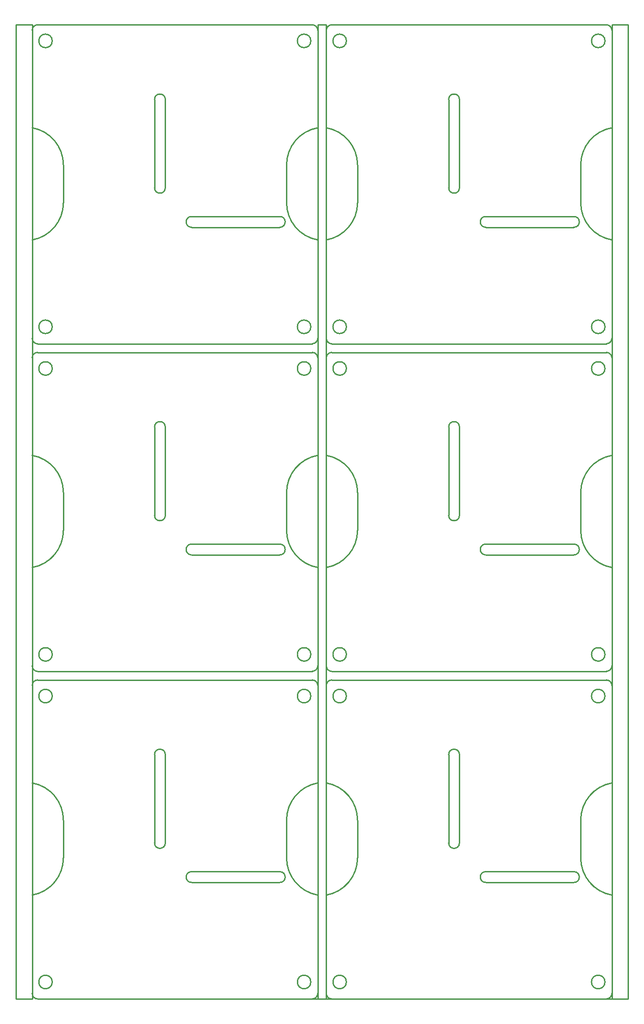
<source format=gko>
G04 Layer_Color=16711935*
%FSLAX25Y25*%
%MOIN*%
G70*
G01*
G75*
%ADD22C,0.01000*%
D22*
X180957Y85007D02*
G03*
X180957Y92881I0J3937D01*
G01*
X116489D02*
G03*
X116489Y85007I0J-3937D01*
G01*
X89422Y113845D02*
G03*
X97296Y113845I3937J0D01*
G01*
Y178314D02*
G03*
X89422Y178314I-3937J0D01*
G01*
X204743Y44D02*
G03*
X208678Y3979I0J3935D01*
G01*
Y228799D02*
G03*
X204699Y232778I-3979J0D01*
G01*
X3979D02*
G03*
X-0Y228799I-0J-3979D01*
G01*
X0Y3979D02*
G03*
X3979Y-0I3979J-0D01*
G01*
X185925Y102921D02*
G03*
X208710Y75779I27559J0D01*
G01*
Y157621D02*
G03*
X185925Y130478I4774J-27143D01*
G01*
X22807D02*
G03*
X21Y157621I-27559J0D01*
G01*
Y75779D02*
G03*
X22807Y102921I-4774J27143D01*
G01*
X14665Y221031D02*
G03*
X14665Y221031I-4921J0D01*
G01*
Y12370D02*
G03*
X14665Y12370I-4921J0D01*
G01*
X203642D02*
G03*
X203642Y12370I-4921J0D01*
G01*
Y221031D02*
G03*
X203642Y221031I-4921J0D01*
G01*
Y460110D02*
G03*
X203642Y460110I-4921J0D01*
G01*
Y251448D02*
G03*
X203642Y251448I-4921J0D01*
G01*
X14665D02*
G03*
X14665Y251448I-4921J0D01*
G01*
Y460110D02*
G03*
X14665Y460110I-4921J0D01*
G01*
X21Y314857D02*
G03*
X22807Y342000I-4774J27143D01*
G01*
Y369557D02*
G03*
X21Y396699I-27559J0D01*
G01*
X208710D02*
G03*
X185925Y369557I4774J-27143D01*
G01*
X185925Y342000D02*
G03*
X208710Y314857I27559J0D01*
G01*
X0Y243057D02*
G03*
X3979Y239078I3979J-0D01*
G01*
X3979Y471857D02*
G03*
X-0Y467878I-0J-3979D01*
G01*
X208678D02*
G03*
X204699Y471857I-3979J0D01*
G01*
X204743Y239123D02*
G03*
X208678Y243058I0J3935D01*
G01*
X97296Y417392D02*
G03*
X89422Y417392I-3937J0D01*
G01*
Y352924D02*
G03*
X97296Y352924I3937J0D01*
G01*
X116489Y331959D02*
G03*
X116489Y324085I0J-3937D01*
G01*
X180957D02*
G03*
X180957Y331959I0J3937D01*
G01*
X203642Y699189D02*
G03*
X203642Y699189I-4921J0D01*
G01*
Y490527D02*
G03*
X203642Y490527I-4921J0D01*
G01*
X14665D02*
G03*
X14665Y490527I-4921J0D01*
G01*
Y699189D02*
G03*
X14665Y699189I-4921J0D01*
G01*
X21Y553936D02*
G03*
X22807Y581078I-4774J27143D01*
G01*
Y608636D02*
G03*
X21Y635778I-27559J0D01*
G01*
X208710D02*
G03*
X185925Y608636I4774J-27143D01*
G01*
X185925Y581078D02*
G03*
X208710Y553936I27559J0D01*
G01*
X0Y482136D02*
G03*
X3979Y478157I3979J-0D01*
G01*
X3979Y710935D02*
G03*
X-0Y706956I-0J-3979D01*
G01*
X208678D02*
G03*
X204699Y710935I-3979J0D01*
G01*
X204743Y478201D02*
G03*
X208678Y482136I0J3935D01*
G01*
X97296Y656471D02*
G03*
X89422Y656471I-3937J0D01*
G01*
Y592003D02*
G03*
X97296Y592003I3937J0D01*
G01*
X116489Y571038D02*
G03*
X116489Y563164I0J-3937D01*
G01*
X180957D02*
G03*
X180957Y571038I0J3937D01*
G01*
X395934Y563164D02*
G03*
X395934Y571038I0J3937D01*
G01*
X331465D02*
G03*
X331465Y563164I0J-3937D01*
G01*
X304398Y592003D02*
G03*
X312272Y592003I3937J0D01*
G01*
Y656471D02*
G03*
X304398Y656471I-3937J0D01*
G01*
X419720Y478201D02*
G03*
X423655Y482136I0J3935D01*
G01*
Y706956D02*
G03*
X419676Y710935I-3979J0D01*
G01*
X218955D02*
G03*
X214976Y706956I-0J-3979D01*
G01*
X214976Y482136D02*
G03*
X218955Y478157I3979J-0D01*
G01*
X400902Y581078D02*
G03*
X423687Y553936I27559J0D01*
G01*
Y635778D02*
G03*
X400902Y608636I4774J-27143D01*
G01*
X237783D02*
G03*
X214998Y635778I-27559J0D01*
G01*
Y553936D02*
G03*
X237783Y581078I-4774J27143D01*
G01*
X229642Y699189D02*
G03*
X229642Y699189I-4921J0D01*
G01*
Y490527D02*
G03*
X229642Y490527I-4921J0D01*
G01*
X418618D02*
G03*
X418618Y490527I-4921J0D01*
G01*
Y699189D02*
G03*
X418618Y699189I-4921J0D01*
G01*
X395934Y324085D02*
G03*
X395934Y331959I0J3937D01*
G01*
X331465D02*
G03*
X331465Y324085I0J-3937D01*
G01*
X304398Y352924D02*
G03*
X312272Y352924I3937J0D01*
G01*
Y417392D02*
G03*
X304398Y417392I-3937J0D01*
G01*
X419720Y239123D02*
G03*
X423655Y243058I0J3935D01*
G01*
Y467878D02*
G03*
X419676Y471857I-3979J0D01*
G01*
X218955D02*
G03*
X214976Y467878I-0J-3979D01*
G01*
X214976Y243057D02*
G03*
X218955Y239078I3979J-0D01*
G01*
X400902Y342000D02*
G03*
X423687Y314857I27559J0D01*
G01*
Y396699D02*
G03*
X400902Y369557I4774J-27143D01*
G01*
X237783D02*
G03*
X214998Y396699I-27559J0D01*
G01*
Y314857D02*
G03*
X237783Y342000I-4774J27143D01*
G01*
X229642Y460110D02*
G03*
X229642Y460110I-4921J0D01*
G01*
Y251448D02*
G03*
X229642Y251448I-4921J0D01*
G01*
X418618D02*
G03*
X418618Y251448I-4921J0D01*
G01*
Y460110D02*
G03*
X418618Y460110I-4921J0D01*
G01*
Y221031D02*
G03*
X418618Y221031I-4921J0D01*
G01*
Y12370D02*
G03*
X418618Y12370I-4921J0D01*
G01*
X229642D02*
G03*
X229642Y12370I-4921J0D01*
G01*
Y221031D02*
G03*
X229642Y221031I-4921J0D01*
G01*
X214998Y75779D02*
G03*
X237783Y102921I-4774J27143D01*
G01*
Y130478D02*
G03*
X214998Y157621I-27559J0D01*
G01*
X423687D02*
G03*
X400902Y130478I4774J-27143D01*
G01*
X400902Y102921D02*
G03*
X423687Y75779I27559J0D01*
G01*
X214976Y3979D02*
G03*
X218955Y-0I3979J-0D01*
G01*
X218955Y232778D02*
G03*
X214976Y228799I-0J-3979D01*
G01*
X423655D02*
G03*
X419676Y232778I-3979J0D01*
G01*
X419720Y44D02*
G03*
X423655Y3979I0J3935D01*
G01*
X312272Y178314D02*
G03*
X304398Y178314I-3937J0D01*
G01*
Y113845D02*
G03*
X312272Y113845I3937J0D01*
G01*
X331465Y92881D02*
G03*
X331465Y85007I0J-3937D01*
G01*
X395934D02*
G03*
X395934Y92881I0J3937D01*
G01*
X116489D02*
X180957D01*
X116489Y85007D02*
X180957D01*
X97296Y113845D02*
Y178314D01*
X89422Y113845D02*
Y178314D01*
X3979Y0D02*
X204743D01*
X185925Y102921D02*
Y130478D01*
X22807Y102921D02*
Y130478D01*
X0Y3979D02*
Y75746D01*
X-0Y157642D02*
Y228799D01*
X208678Y157653D02*
Y228799D01*
X-11811Y0D02*
X0D01*
Y4987D01*
X-11811Y0D02*
Y710937D01*
X3979Y232778D02*
X204699D01*
X208678Y243058D02*
Y314825D01*
X3979Y471857D02*
X204699D01*
X-11811Y239079D02*
Y317819D01*
X208678Y396731D02*
Y467878D01*
X-0Y396721D02*
Y467878D01*
X0Y243058D02*
Y314825D01*
X214976Y239079D02*
Y314825D01*
X22807Y342000D02*
Y369557D01*
X185925Y342000D02*
Y369557D01*
X3979Y239079D02*
X204743D01*
X89422Y352924D02*
Y417392D01*
X97296Y352924D02*
Y417392D01*
X116489Y324085D02*
X180957D01*
X116489Y331959D02*
X180957D01*
X208678Y482136D02*
Y553904D01*
X3979Y710935D02*
X204699D01*
X-11811Y478158D02*
Y556898D01*
X208678Y635810D02*
Y706956D01*
X-0Y635800D02*
Y706956D01*
X0Y482136D02*
Y553904D01*
X214976Y478158D02*
Y553904D01*
X22807Y581078D02*
Y608636D01*
X185925Y581078D02*
Y608636D01*
X3979Y478158D02*
X204743D01*
X89422Y592003D02*
Y656471D01*
X97296Y592003D02*
Y656471D01*
X116489Y563164D02*
X180957D01*
X116489Y571038D02*
X180957D01*
X0Y0D02*
Y710937D01*
X-11811D02*
X0D01*
X331465Y571038D02*
X395934D01*
X331465Y563164D02*
X395934D01*
X312272Y592003D02*
Y656471D01*
X304398Y592003D02*
Y656471D01*
X218955Y478158D02*
X419720D01*
X400902Y581078D02*
Y608636D01*
X237783Y581078D02*
Y608636D01*
X214976Y482136D02*
Y553904D01*
X214976Y635800D02*
Y706956D01*
X423655Y635810D02*
Y706956D01*
X218955Y710935D02*
X419676D01*
X423655Y482136D02*
Y553904D01*
X331465Y331959D02*
X395934D01*
X331465Y324085D02*
X395934D01*
X312272Y352924D02*
Y417392D01*
X304398Y352924D02*
Y417392D01*
X218955Y239079D02*
X419720D01*
X400902Y342000D02*
Y369557D01*
X237783Y342000D02*
Y369557D01*
X214976Y243058D02*
Y314825D01*
X214976Y396721D02*
Y467878D01*
X423655Y396731D02*
Y467878D01*
X218955Y471857D02*
X419676D01*
X423655Y243058D02*
Y314825D01*
Y3979D02*
Y75746D01*
X218955Y232778D02*
X419676D01*
X423655Y157653D02*
Y228799D01*
X214976Y157642D02*
Y228799D01*
X214976Y3979D02*
Y75746D01*
X237783Y102921D02*
Y130478D01*
X400902Y102921D02*
Y130478D01*
X218955Y0D02*
X419720D01*
X304398Y113845D02*
Y178314D01*
X312272Y113845D02*
Y178314D01*
X331465Y85007D02*
X395934D01*
X331465Y92881D02*
X395934D01*
X208678Y3979D02*
Y75746D01*
X204743Y0D02*
X435465D01*
X423655Y710937D02*
X435466D01*
X423655Y0D02*
Y710937D01*
Y482136D02*
Y553904D01*
X423655Y635800D02*
Y706956D01*
X435466Y478158D02*
Y556898D01*
X423655Y243058D02*
Y314825D01*
X423655Y396721D02*
Y467878D01*
X435466Y239079D02*
Y317819D01*
Y0D02*
Y710937D01*
X423655Y0D02*
Y4987D01*
Y0D02*
X435466D01*
X423655Y157642D02*
Y228799D01*
X423655Y3979D02*
Y75746D01*
X208678Y0D02*
Y3979D01*
Y0D02*
Y710937D01*
X214976Y0D02*
Y4528D01*
Y0D02*
Y710937D01*
X208678D02*
X214976D01*
M02*

</source>
